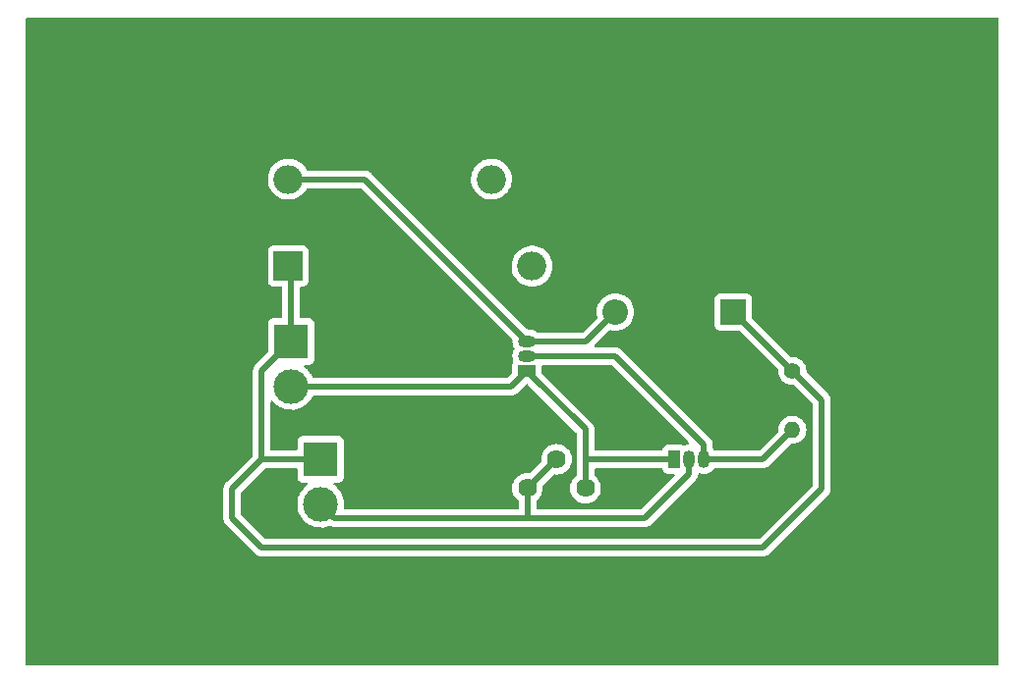
<source format=gbr>
%TF.GenerationSoftware,KiCad,Pcbnew,(6.0.4)*%
%TF.CreationDate,2022-06-07T17:35:18+05:30*%
%TF.ProjectId,sneka batch,736e656b-6120-4626-9174-63682e6b6963,rev?*%
%TF.SameCoordinates,Original*%
%TF.FileFunction,Copper,L1,Top*%
%TF.FilePolarity,Positive*%
%FSLAX46Y46*%
G04 Gerber Fmt 4.6, Leading zero omitted, Abs format (unit mm)*
G04 Created by KiCad (PCBNEW (6.0.4)) date 2022-06-07 17:35:18*
%MOMM*%
%LPD*%
G01*
G04 APERTURE LIST*
%TA.AperFunction,ComponentPad*%
%ADD10R,3.000000X3.000000*%
%TD*%
%TA.AperFunction,ComponentPad*%
%ADD11C,3.000000*%
%TD*%
%TA.AperFunction,ComponentPad*%
%ADD12C,1.620000*%
%TD*%
%TA.AperFunction,ComponentPad*%
%ADD13C,1.400000*%
%TD*%
%TA.AperFunction,ComponentPad*%
%ADD14O,1.400000X1.400000*%
%TD*%
%TA.AperFunction,ComponentPad*%
%ADD15R,1.500000X1.050000*%
%TD*%
%TA.AperFunction,ComponentPad*%
%ADD16O,1.500000X1.050000*%
%TD*%
%TA.AperFunction,ComponentPad*%
%ADD17R,1.050000X1.500000*%
%TD*%
%TA.AperFunction,ComponentPad*%
%ADD18O,1.050000X1.500000*%
%TD*%
%TA.AperFunction,ComponentPad*%
%ADD19R,2.500000X2.500000*%
%TD*%
%TA.AperFunction,ComponentPad*%
%ADD20O,2.500000X2.500000*%
%TD*%
%TA.AperFunction,ComponentPad*%
%ADD21R,2.200000X2.200000*%
%TD*%
%TA.AperFunction,ComponentPad*%
%ADD22O,2.200000X2.200000*%
%TD*%
%TA.AperFunction,Conductor*%
%ADD23C,0.500000*%
%TD*%
%TA.AperFunction,Conductor*%
%ADD24C,0.250000*%
%TD*%
G04 APERTURE END LIST*
D10*
%TO.P,J2,1,Pin_1*%
%TO.N,Net-(D1-Pad1)*%
X127000000Y-60960000D03*
D11*
%TO.P,J2,2,Pin_2*%
%TO.N,Net-(Q1-Pad1)*%
X127000000Y-64840000D03*
%TD*%
D12*
%TO.P,RV1,1,1*%
%TO.N,Net-(J1-Pad2)*%
X147360000Y-73620000D03*
%TO.P,RV1,2,2*%
X149860000Y-71120000D03*
%TO.P,RV1,3,3*%
%TO.N,Net-(Q1-Pad1)*%
X152360000Y-73620000D03*
%TD*%
D13*
%TO.P,R1,1*%
%TO.N,Net-(D1-Pad1)*%
X170180000Y-63500000D03*
D14*
%TO.P,R1,2*%
%TO.N,Net-(Q1-Pad3)*%
X170180000Y-68580000D03*
%TD*%
D15*
%TO.P,Q2,1,E*%
%TO.N,Net-(Q1-Pad1)*%
X147320000Y-63500000D03*
D16*
%TO.P,Q2,2,B*%
%TO.N,Net-(Q1-Pad3)*%
X147320000Y-62230000D03*
%TO.P,Q2,3,C*%
%TO.N,Net-(D1-Pad2)*%
X147320000Y-60960000D03*
%TD*%
D17*
%TO.P,Q1,1,E*%
%TO.N,Net-(Q1-Pad1)*%
X160020000Y-71120000D03*
D18*
%TO.P,Q1,2,B*%
%TO.N,Net-(J1-Pad2)*%
X161290000Y-71120000D03*
%TO.P,Q1,3,C*%
%TO.N,Net-(Q1-Pad3)*%
X162560000Y-71120000D03*
%TD*%
D19*
%TO.P,K1,1*%
%TO.N,Net-(D1-Pad1)*%
X126752500Y-54457500D03*
D20*
%TO.P,K1,3*%
%TO.N,unconnected-(K1-Pad3)*%
X147752500Y-54457500D03*
%TO.P,K1,5*%
%TO.N,unconnected-(K1-Pad5)*%
X144252500Y-46957500D03*
%TO.P,K1,6*%
%TO.N,Net-(D1-Pad2)*%
X126752500Y-46957500D03*
%TD*%
D10*
%TO.P,J1,1,Pin_1*%
%TO.N,Net-(D1-Pad1)*%
X129540000Y-71120000D03*
D11*
%TO.P,J1,2,Pin_2*%
%TO.N,Net-(J1-Pad2)*%
X129540000Y-75000000D03*
%TD*%
D21*
%TO.P,D1,1,K*%
%TO.N,Net-(D1-Pad1)*%
X165100000Y-58420000D03*
D22*
%TO.P,D1,2,A*%
%TO.N,Net-(D1-Pad2)*%
X154940000Y-58420000D03*
%TD*%
D23*
%TO.N,Net-(Q1-Pad1)*%
X160020000Y-71120000D02*
X152400000Y-71120000D01*
%TO.N,Net-(Q1-Pad3)*%
X162560000Y-71120000D02*
X167640000Y-71120000D01*
X162560000Y-69870000D02*
X162560000Y-71120000D01*
X167640000Y-71120000D02*
X170180000Y-68580000D01*
X154920000Y-62230000D02*
X162560000Y-69870000D01*
X147320000Y-62230000D02*
X154920000Y-62230000D01*
%TO.N,Net-(Q1-Pad1)*%
X152360000Y-68540000D02*
X147320000Y-63500000D01*
X152360000Y-73620000D02*
X152360000Y-68540000D01*
%TO.N,Net-(D1-Pad1)*%
X127000000Y-54705000D02*
X126752500Y-54457500D01*
X127000000Y-60960000D02*
X127000000Y-54705000D01*
%TO.N,Net-(Q1-Pad1)*%
X127000000Y-64840000D02*
X145980000Y-64840000D01*
X145980000Y-64840000D02*
X147320000Y-63500000D01*
%TO.N,Net-(D1-Pad1)*%
X124460000Y-63500000D02*
X127000000Y-60960000D01*
X124460000Y-71120000D02*
X124460000Y-63500000D01*
%TO.N,Net-(J1-Pad2)*%
X147360000Y-73620000D02*
X147360000Y-76160000D01*
X147360000Y-76160000D02*
X147320000Y-76200000D01*
X147360000Y-73620000D02*
X149860000Y-71120000D01*
X130740000Y-76200000D02*
X129540000Y-75000000D01*
X157480000Y-76200000D02*
X130740000Y-76200000D01*
X161290000Y-72390000D02*
X157480000Y-76200000D01*
X161290000Y-71120000D02*
X161290000Y-72390000D01*
%TO.N,Net-(D1-Pad1)*%
X124460000Y-71120000D02*
X129540000Y-71120000D01*
X124460000Y-78740000D02*
X121920000Y-76200000D01*
X121920000Y-73660000D02*
X124460000Y-71120000D01*
X167640000Y-78740000D02*
X124460000Y-78740000D01*
X172720000Y-66040000D02*
X172720000Y-73660000D01*
X172720000Y-73660000D02*
X167640000Y-78740000D01*
X170180000Y-63500000D02*
X172720000Y-66040000D01*
X121920000Y-76200000D02*
X121920000Y-73660000D01*
X165100000Y-58420000D02*
X170180000Y-63500000D01*
%TO.N,Net-(D1-Pad2)*%
X152400000Y-60960000D02*
X154940000Y-58420000D01*
X147320000Y-60960000D02*
X152400000Y-60960000D01*
X133317500Y-46957500D02*
X147320000Y-60960000D01*
X126752500Y-46957500D02*
X133317500Y-46957500D01*
D24*
%TO.N,Net-(Q1-Pad1)*%
X147320000Y-63500000D02*
X147545000Y-63500000D01*
%TO.N,Net-(Q1-Pad3)*%
X162560000Y-71120000D02*
X162560000Y-70895000D01*
%TD*%
%TA.AperFunction,NonConductor*%
G36*
X154621750Y-63008502D02*
G01*
X154642724Y-63025405D01*
X161268915Y-69651596D01*
X161302941Y-69713908D01*
X161297876Y-69784723D01*
X161255329Y-69841559D01*
X161191240Y-69866172D01*
X161101543Y-69874335D01*
X161101540Y-69874336D01*
X161095404Y-69874894D01*
X161089498Y-69876632D01*
X161089494Y-69876633D01*
X160906879Y-69930380D01*
X160906877Y-69930381D01*
X160905493Y-69930788D01*
X160900971Y-69932119D01*
X160900718Y-69931260D01*
X160835338Y-69937714D01*
X160798594Y-69924548D01*
X160791705Y-69919385D01*
X160783304Y-69916236D01*
X160783301Y-69916234D01*
X160702586Y-69885976D01*
X160655316Y-69868255D01*
X160593134Y-69861500D01*
X159446866Y-69861500D01*
X159384684Y-69868255D01*
X159248295Y-69919385D01*
X159131739Y-70006739D01*
X159044385Y-70123295D01*
X158993255Y-70259684D01*
X158992628Y-70265453D01*
X158957874Y-70326291D01*
X158894919Y-70359113D01*
X158870507Y-70361500D01*
X153244500Y-70361500D01*
X153176379Y-70341498D01*
X153129886Y-70287842D01*
X153118500Y-70235500D01*
X153118500Y-68607063D01*
X153119933Y-68588114D01*
X153122097Y-68573886D01*
X153123198Y-68566651D01*
X153118915Y-68513990D01*
X153118500Y-68503777D01*
X153118500Y-68495707D01*
X153118078Y-68492087D01*
X153118077Y-68492069D01*
X153115208Y-68467461D01*
X153114775Y-68463086D01*
X153109454Y-68397661D01*
X153109453Y-68397658D01*
X153108860Y-68390363D01*
X153106604Y-68383399D01*
X153105413Y-68377440D01*
X153104029Y-68371585D01*
X153103182Y-68364319D01*
X153078265Y-68295673D01*
X153076848Y-68291545D01*
X153056607Y-68229064D01*
X153056606Y-68229062D01*
X153054351Y-68222101D01*
X153050555Y-68215846D01*
X153048049Y-68210372D01*
X153045330Y-68204942D01*
X153042833Y-68198063D01*
X153002809Y-68137016D01*
X153000472Y-68133312D01*
X152965509Y-68075693D01*
X152965505Y-68075688D01*
X152962595Y-68070892D01*
X152955197Y-68062516D01*
X152955223Y-68062493D01*
X152952574Y-68059503D01*
X152949866Y-68056264D01*
X152945856Y-68050148D01*
X152940549Y-68045121D01*
X152940546Y-68045117D01*
X152889617Y-67996872D01*
X152887175Y-67994494D01*
X148615405Y-63722724D01*
X148581379Y-63660412D01*
X148578500Y-63633629D01*
X148578500Y-63114500D01*
X148598502Y-63046379D01*
X148652158Y-62999886D01*
X148704500Y-62988500D01*
X154553629Y-62988500D01*
X154621750Y-63008502D01*
G37*
%TD.AperFunction*%
%TA.AperFunction,NonConductor*%
G36*
X147364032Y-64632815D02*
G01*
X147409095Y-64661776D01*
X151564595Y-68817276D01*
X151598621Y-68879588D01*
X151601500Y-68906371D01*
X151601500Y-72475926D01*
X151581498Y-72544047D01*
X151547770Y-72579139D01*
X151509247Y-72606113D01*
X151346113Y-72769247D01*
X151213784Y-72958232D01*
X151211461Y-72963214D01*
X151211458Y-72963219D01*
X151163891Y-73065229D01*
X151116283Y-73167324D01*
X151056571Y-73390170D01*
X151036464Y-73620000D01*
X151056571Y-73849830D01*
X151116283Y-74072676D01*
X151147371Y-74139345D01*
X151211458Y-74276781D01*
X151211461Y-74276786D01*
X151213784Y-74281768D01*
X151216941Y-74286276D01*
X151340551Y-74462809D01*
X151346113Y-74470753D01*
X151509247Y-74633887D01*
X151513755Y-74637044D01*
X151513758Y-74637046D01*
X151592630Y-74692272D01*
X151698232Y-74766216D01*
X151703214Y-74768539D01*
X151703219Y-74768542D01*
X151809558Y-74818128D01*
X151907324Y-74863717D01*
X152130170Y-74923429D01*
X152360000Y-74943536D01*
X152589830Y-74923429D01*
X152812676Y-74863717D01*
X152910442Y-74818128D01*
X153016781Y-74768542D01*
X153016786Y-74768539D01*
X153021768Y-74766216D01*
X153127370Y-74692272D01*
X153206242Y-74637046D01*
X153206245Y-74637044D01*
X153210753Y-74633887D01*
X153373887Y-74470753D01*
X153379450Y-74462809D01*
X153503059Y-74286276D01*
X153506216Y-74281768D01*
X153508539Y-74276786D01*
X153508542Y-74276781D01*
X153572629Y-74139345D01*
X153603717Y-74072676D01*
X153663429Y-73849830D01*
X153683536Y-73620000D01*
X153663429Y-73390170D01*
X153603717Y-73167324D01*
X153556109Y-73065229D01*
X153508542Y-72963219D01*
X153508539Y-72963214D01*
X153506216Y-72958232D01*
X153373887Y-72769247D01*
X153210753Y-72606113D01*
X153172230Y-72579139D01*
X153127901Y-72523682D01*
X153118500Y-72475926D01*
X153118500Y-72004500D01*
X153138502Y-71936379D01*
X153192158Y-71889886D01*
X153244500Y-71878500D01*
X158870507Y-71878500D01*
X158938628Y-71898502D01*
X158985121Y-71952158D01*
X158992543Y-71973763D01*
X158993255Y-71980316D01*
X159044385Y-72116705D01*
X159131739Y-72233261D01*
X159248295Y-72320615D01*
X159384684Y-72371745D01*
X159446866Y-72378500D01*
X159924629Y-72378500D01*
X159992750Y-72398502D01*
X160039243Y-72452158D01*
X160049347Y-72522432D01*
X160019853Y-72587012D01*
X160013724Y-72593595D01*
X157202724Y-75404595D01*
X157140412Y-75438621D01*
X157113629Y-75441500D01*
X148244500Y-75441500D01*
X148176379Y-75421498D01*
X148129886Y-75367842D01*
X148118500Y-75315500D01*
X148118500Y-74764074D01*
X148138502Y-74695953D01*
X148172230Y-74660861D01*
X148206241Y-74637046D01*
X148210753Y-74633887D01*
X148373887Y-74470753D01*
X148379450Y-74462809D01*
X148503059Y-74286276D01*
X148506216Y-74281768D01*
X148508539Y-74276786D01*
X148508542Y-74276781D01*
X148572629Y-74139345D01*
X148603717Y-74072676D01*
X148663429Y-73849830D01*
X148683536Y-73620000D01*
X148680103Y-73580755D01*
X148668476Y-73447855D01*
X148682466Y-73378250D01*
X148704902Y-73347779D01*
X149587779Y-72464902D01*
X149650091Y-72430876D01*
X149687855Y-72428476D01*
X149854525Y-72443057D01*
X149860000Y-72443536D01*
X150089830Y-72423429D01*
X150312676Y-72363717D01*
X150417435Y-72314867D01*
X150516781Y-72268542D01*
X150516786Y-72268539D01*
X150521768Y-72266216D01*
X150627370Y-72192272D01*
X150706242Y-72137046D01*
X150706245Y-72137044D01*
X150710753Y-72133887D01*
X150873887Y-71970753D01*
X150886908Y-71952158D01*
X150950956Y-71860687D01*
X151006216Y-71781768D01*
X151008539Y-71776786D01*
X151008542Y-71776781D01*
X151101392Y-71577661D01*
X151103717Y-71572676D01*
X151163429Y-71349830D01*
X151183536Y-71120000D01*
X151163429Y-70890170D01*
X151103717Y-70667324D01*
X151058128Y-70569558D01*
X151008542Y-70463219D01*
X151008539Y-70463214D01*
X151006216Y-70458232D01*
X150897956Y-70303621D01*
X150877046Y-70273758D01*
X150877044Y-70273755D01*
X150873887Y-70269247D01*
X150710753Y-70106113D01*
X150706245Y-70102956D01*
X150706242Y-70102954D01*
X150627370Y-70047728D01*
X150521768Y-69973784D01*
X150516786Y-69971461D01*
X150516781Y-69971458D01*
X150398349Y-69916233D01*
X150312676Y-69876283D01*
X150089830Y-69816571D01*
X149860000Y-69796464D01*
X149630170Y-69816571D01*
X149407324Y-69876283D01*
X149321651Y-69916233D01*
X149203219Y-69971458D01*
X149203214Y-69971461D01*
X149198232Y-69973784D01*
X149092630Y-70047728D01*
X149013758Y-70102954D01*
X149013755Y-70102956D01*
X149009247Y-70106113D01*
X148846113Y-70269247D01*
X148842956Y-70273755D01*
X148842954Y-70273758D01*
X148822044Y-70303621D01*
X148713784Y-70458232D01*
X148711461Y-70463214D01*
X148711458Y-70463219D01*
X148661872Y-70569558D01*
X148616283Y-70667324D01*
X148556571Y-70890170D01*
X148536464Y-71120000D01*
X148536943Y-71125475D01*
X148551524Y-71292145D01*
X148537534Y-71361750D01*
X148515098Y-71392221D01*
X147632221Y-72275098D01*
X147569909Y-72309124D01*
X147532145Y-72311524D01*
X147365475Y-72296943D01*
X147360000Y-72296464D01*
X147130170Y-72316571D01*
X146907324Y-72376283D01*
X146809558Y-72421872D01*
X146703219Y-72471458D01*
X146703214Y-72471461D01*
X146698232Y-72473784D01*
X146597886Y-72544047D01*
X146513758Y-72602954D01*
X146513755Y-72602956D01*
X146509247Y-72606113D01*
X146346113Y-72769247D01*
X146213784Y-72958232D01*
X146211461Y-72963214D01*
X146211458Y-72963219D01*
X146163891Y-73065229D01*
X146116283Y-73167324D01*
X146056571Y-73390170D01*
X146036464Y-73620000D01*
X146056571Y-73849830D01*
X146116283Y-74072676D01*
X146147371Y-74139345D01*
X146211458Y-74276781D01*
X146211461Y-74276786D01*
X146213784Y-74281768D01*
X146216941Y-74286276D01*
X146340551Y-74462809D01*
X146346113Y-74470753D01*
X146509247Y-74633887D01*
X146513759Y-74637046D01*
X146547770Y-74660861D01*
X146592099Y-74716318D01*
X146601500Y-74764074D01*
X146601500Y-75315500D01*
X146581498Y-75383621D01*
X146527842Y-75430114D01*
X146475500Y-75441500D01*
X131654857Y-75441500D01*
X131586736Y-75421498D01*
X131540243Y-75367842D01*
X131529356Y-75304299D01*
X131552531Y-75044627D01*
X131552531Y-75044625D01*
X131552751Y-75042161D01*
X131553193Y-75000000D01*
X131547876Y-74922006D01*
X131534859Y-74731055D01*
X131534858Y-74731049D01*
X131534567Y-74726778D01*
X131528184Y-74695953D01*
X131479901Y-74462809D01*
X131479032Y-74458612D01*
X131387617Y-74200465D01*
X131262013Y-73957112D01*
X131252040Y-73942921D01*
X131170885Y-73827449D01*
X131104545Y-73733057D01*
X130964013Y-73581826D01*
X130921046Y-73535588D01*
X130921043Y-73535585D01*
X130918125Y-73532445D01*
X130914810Y-73529731D01*
X130914806Y-73529728D01*
X130709523Y-73361706D01*
X130706205Y-73358990D01*
X130703095Y-73357084D01*
X130659251Y-73301439D01*
X130652436Y-73230771D01*
X130684909Y-73167636D01*
X130746360Y-73132080D01*
X130776181Y-73128500D01*
X131088134Y-73128500D01*
X131150316Y-73121745D01*
X131286705Y-73070615D01*
X131403261Y-72983261D01*
X131490615Y-72866705D01*
X131541745Y-72730316D01*
X131548500Y-72668134D01*
X131548500Y-69571866D01*
X131541745Y-69509684D01*
X131490615Y-69373295D01*
X131403261Y-69256739D01*
X131286705Y-69169385D01*
X131150316Y-69118255D01*
X131088134Y-69111500D01*
X127991866Y-69111500D01*
X127929684Y-69118255D01*
X127793295Y-69169385D01*
X127676739Y-69256739D01*
X127589385Y-69373295D01*
X127538255Y-69509684D01*
X127531500Y-69571866D01*
X127531500Y-70235500D01*
X127511498Y-70303621D01*
X127457842Y-70350114D01*
X127405500Y-70361500D01*
X125344500Y-70361500D01*
X125276379Y-70341498D01*
X125229886Y-70287842D01*
X125218500Y-70235500D01*
X125218500Y-66192235D01*
X125238502Y-66124114D01*
X125292158Y-66077621D01*
X125362432Y-66067517D01*
X125427012Y-66097011D01*
X125437690Y-66107432D01*
X125606582Y-66293043D01*
X125609877Y-66295798D01*
X125609878Y-66295799D01*
X125654382Y-66333010D01*
X125816675Y-66468707D01*
X125820316Y-66470991D01*
X126045024Y-66611951D01*
X126045028Y-66611953D01*
X126048664Y-66614234D01*
X126116544Y-66644883D01*
X126294345Y-66725164D01*
X126294349Y-66725166D01*
X126298257Y-66726930D01*
X126302377Y-66728150D01*
X126302376Y-66728150D01*
X126556723Y-66803491D01*
X126556727Y-66803492D01*
X126560836Y-66804709D01*
X126565070Y-66805357D01*
X126565075Y-66805358D01*
X126827298Y-66845483D01*
X126827300Y-66845483D01*
X126831540Y-66846132D01*
X126970912Y-66848322D01*
X127101071Y-66850367D01*
X127101077Y-66850367D01*
X127105362Y-66850434D01*
X127377235Y-66817534D01*
X127642127Y-66748041D01*
X127646087Y-66746401D01*
X127646092Y-66746399D01*
X127768631Y-66695641D01*
X127895136Y-66643241D01*
X128131582Y-66505073D01*
X128347089Y-66336094D01*
X128388809Y-66293043D01*
X128534686Y-66142509D01*
X128537669Y-66139431D01*
X128540202Y-66135983D01*
X128540206Y-66135978D01*
X128697257Y-65922178D01*
X128699795Y-65918723D01*
X128722210Y-65877440D01*
X128828420Y-65681827D01*
X128828423Y-65681820D01*
X128830468Y-65678054D01*
X128831986Y-65674037D01*
X128832895Y-65672051D01*
X128879438Y-65618439D01*
X128947460Y-65598500D01*
X145912930Y-65598500D01*
X145931880Y-65599933D01*
X145946115Y-65602099D01*
X145946119Y-65602099D01*
X145953349Y-65603199D01*
X145960641Y-65602606D01*
X145960644Y-65602606D01*
X146006018Y-65598915D01*
X146016233Y-65598500D01*
X146024293Y-65598500D01*
X146037583Y-65596951D01*
X146052507Y-65595211D01*
X146056882Y-65594778D01*
X146122339Y-65589454D01*
X146122342Y-65589453D01*
X146129637Y-65588860D01*
X146136601Y-65586604D01*
X146142560Y-65585413D01*
X146148415Y-65584029D01*
X146155681Y-65583182D01*
X146224327Y-65558265D01*
X146228455Y-65556848D01*
X146290936Y-65536607D01*
X146290938Y-65536606D01*
X146297899Y-65534351D01*
X146304154Y-65530555D01*
X146309628Y-65528049D01*
X146315058Y-65525330D01*
X146321937Y-65522833D01*
X146361534Y-65496872D01*
X146382976Y-65482814D01*
X146386680Y-65480477D01*
X146449107Y-65442595D01*
X146457484Y-65435197D01*
X146457508Y-65435224D01*
X146460500Y-65432571D01*
X146463733Y-65429868D01*
X146469852Y-65425856D01*
X146523128Y-65369617D01*
X146525506Y-65367175D01*
X147230905Y-64661776D01*
X147293217Y-64627750D01*
X147364032Y-64632815D01*
G37*
%TD.AperFunction*%
%TA.AperFunction,NonConductor*%
G36*
X187902121Y-33040002D02*
G01*
X187948614Y-33093658D01*
X187960000Y-33146000D01*
X187960000Y-88774000D01*
X187939998Y-88842121D01*
X187886342Y-88888614D01*
X187834000Y-88900000D01*
X104266000Y-88900000D01*
X104197879Y-88879998D01*
X104151386Y-88826342D01*
X104140000Y-88774000D01*
X104140000Y-76173349D01*
X121156801Y-76173349D01*
X121157394Y-76180641D01*
X121157394Y-76180644D01*
X121161085Y-76226018D01*
X121161500Y-76236233D01*
X121161500Y-76244293D01*
X121163049Y-76257583D01*
X121164789Y-76272507D01*
X121165222Y-76276882D01*
X121171140Y-76349637D01*
X121173396Y-76356601D01*
X121174587Y-76362560D01*
X121175971Y-76368415D01*
X121176818Y-76375681D01*
X121201735Y-76444327D01*
X121203152Y-76448455D01*
X121225649Y-76517899D01*
X121229445Y-76524154D01*
X121231951Y-76529628D01*
X121234670Y-76535058D01*
X121237167Y-76541937D01*
X121241180Y-76548057D01*
X121241180Y-76548058D01*
X121277186Y-76602976D01*
X121279523Y-76606680D01*
X121317405Y-76669107D01*
X121321121Y-76673315D01*
X121321122Y-76673316D01*
X121324803Y-76677484D01*
X121324776Y-76677508D01*
X121327429Y-76680500D01*
X121330132Y-76683733D01*
X121334144Y-76689852D01*
X121339456Y-76694884D01*
X121390383Y-76743128D01*
X121392825Y-76745506D01*
X123876230Y-79228911D01*
X123888616Y-79243323D01*
X123897149Y-79254918D01*
X123897154Y-79254923D01*
X123901492Y-79260818D01*
X123907070Y-79265557D01*
X123907073Y-79265560D01*
X123941768Y-79295035D01*
X123949284Y-79301965D01*
X123954979Y-79307660D01*
X123957861Y-79309940D01*
X123977251Y-79325281D01*
X123980655Y-79328072D01*
X124030703Y-79370591D01*
X124036285Y-79375333D01*
X124042801Y-79378661D01*
X124047838Y-79382020D01*
X124052977Y-79385194D01*
X124058716Y-79389734D01*
X124065349Y-79392834D01*
X124124837Y-79420636D01*
X124128791Y-79422569D01*
X124193808Y-79455769D01*
X124200924Y-79457510D01*
X124206554Y-79459604D01*
X124212321Y-79461523D01*
X124218950Y-79464621D01*
X124226110Y-79466110D01*
X124226112Y-79466111D01*
X124290396Y-79479482D01*
X124294680Y-79480452D01*
X124365610Y-79497808D01*
X124371212Y-79498156D01*
X124371215Y-79498156D01*
X124376764Y-79498500D01*
X124376762Y-79498536D01*
X124380752Y-79498775D01*
X124384950Y-79499150D01*
X124392115Y-79500640D01*
X124469520Y-79498546D01*
X124472928Y-79498500D01*
X167572930Y-79498500D01*
X167591880Y-79499933D01*
X167606115Y-79502099D01*
X167606119Y-79502099D01*
X167613349Y-79503199D01*
X167620641Y-79502606D01*
X167620644Y-79502606D01*
X167666018Y-79498915D01*
X167676233Y-79498500D01*
X167684293Y-79498500D01*
X167701680Y-79496473D01*
X167712507Y-79495211D01*
X167716882Y-79494778D01*
X167782339Y-79489454D01*
X167782342Y-79489453D01*
X167789637Y-79488860D01*
X167796601Y-79486604D01*
X167802560Y-79485413D01*
X167808415Y-79484029D01*
X167815681Y-79483182D01*
X167884327Y-79458265D01*
X167888455Y-79456848D01*
X167950936Y-79436607D01*
X167950938Y-79436606D01*
X167957899Y-79434351D01*
X167964154Y-79430555D01*
X167969628Y-79428049D01*
X167975058Y-79425330D01*
X167981937Y-79422833D01*
X168042976Y-79382814D01*
X168046680Y-79380477D01*
X168109107Y-79342595D01*
X168117484Y-79335197D01*
X168117508Y-79335224D01*
X168120500Y-79332571D01*
X168123733Y-79329868D01*
X168129852Y-79325856D01*
X168183128Y-79269617D01*
X168185506Y-79267175D01*
X173208911Y-74243770D01*
X173223323Y-74231384D01*
X173234918Y-74222851D01*
X173234923Y-74222846D01*
X173240818Y-74218508D01*
X173245557Y-74212930D01*
X173245560Y-74212927D01*
X173275035Y-74178232D01*
X173281965Y-74170716D01*
X173287660Y-74165021D01*
X173305281Y-74142749D01*
X173308072Y-74139345D01*
X173350591Y-74089297D01*
X173350592Y-74089295D01*
X173355333Y-74083715D01*
X173358661Y-74077199D01*
X173362028Y-74072150D01*
X173365195Y-74067021D01*
X173369734Y-74061284D01*
X173400655Y-73995125D01*
X173402561Y-73991225D01*
X173421770Y-73953607D01*
X173435769Y-73926192D01*
X173437508Y-73919084D01*
X173439607Y-73913441D01*
X173441524Y-73907678D01*
X173444622Y-73901050D01*
X173459487Y-73829583D01*
X173460457Y-73825299D01*
X173476473Y-73759845D01*
X173477808Y-73754390D01*
X173478500Y-73743236D01*
X173478536Y-73743238D01*
X173478775Y-73739245D01*
X173479149Y-73735053D01*
X173480640Y-73727885D01*
X173478546Y-73650479D01*
X173478500Y-73647072D01*
X173478500Y-66107063D01*
X173479933Y-66088114D01*
X173482097Y-66073886D01*
X173483198Y-66066651D01*
X173478915Y-66013990D01*
X173478500Y-66003777D01*
X173478500Y-65995707D01*
X173478078Y-65992087D01*
X173478077Y-65992069D01*
X173475208Y-65967461D01*
X173474775Y-65963086D01*
X173469454Y-65897661D01*
X173469453Y-65897658D01*
X173468860Y-65890363D01*
X173466604Y-65883399D01*
X173465413Y-65877440D01*
X173464029Y-65871585D01*
X173463182Y-65864319D01*
X173438265Y-65795673D01*
X173436848Y-65791545D01*
X173416607Y-65729064D01*
X173416606Y-65729062D01*
X173414351Y-65722101D01*
X173410555Y-65715846D01*
X173408049Y-65710372D01*
X173405330Y-65704942D01*
X173402833Y-65698063D01*
X173362809Y-65637016D01*
X173360472Y-65633312D01*
X173325509Y-65575693D01*
X173325505Y-65575688D01*
X173322595Y-65570892D01*
X173315197Y-65562516D01*
X173315223Y-65562493D01*
X173312574Y-65559503D01*
X173309866Y-65556264D01*
X173305856Y-65550148D01*
X173300549Y-65545121D01*
X173300546Y-65545117D01*
X173249617Y-65496872D01*
X173247175Y-65494494D01*
X171423365Y-63670684D01*
X171389339Y-63608372D01*
X171386939Y-63570608D01*
X171392637Y-63505476D01*
X171392637Y-63505475D01*
X171393116Y-63500000D01*
X171374686Y-63289345D01*
X171359805Y-63233808D01*
X171321379Y-63090400D01*
X171321378Y-63090398D01*
X171319956Y-63085090D01*
X171301836Y-63046232D01*
X171232912Y-62898423D01*
X171232910Y-62898420D01*
X171230589Y-62893442D01*
X171109301Y-62720224D01*
X170959776Y-62570699D01*
X170786558Y-62449411D01*
X170781580Y-62447090D01*
X170781577Y-62447088D01*
X170599892Y-62362367D01*
X170599891Y-62362366D01*
X170594910Y-62360044D01*
X170589602Y-62358622D01*
X170589600Y-62358621D01*
X170395970Y-62306738D01*
X170395968Y-62306738D01*
X170390655Y-62305314D01*
X170180000Y-62286884D01*
X170174525Y-62287363D01*
X170174524Y-62287363D01*
X170109392Y-62293061D01*
X170039787Y-62279071D01*
X170009316Y-62256635D01*
X166745405Y-58992724D01*
X166711379Y-58930412D01*
X166708500Y-58903629D01*
X166708500Y-57271866D01*
X166701745Y-57209684D01*
X166650615Y-57073295D01*
X166563261Y-56956739D01*
X166446705Y-56869385D01*
X166310316Y-56818255D01*
X166248134Y-56811500D01*
X163951866Y-56811500D01*
X163889684Y-56818255D01*
X163753295Y-56869385D01*
X163636739Y-56956739D01*
X163549385Y-57073295D01*
X163498255Y-57209684D01*
X163491500Y-57271866D01*
X163491500Y-59568134D01*
X163498255Y-59630316D01*
X163549385Y-59766705D01*
X163636739Y-59883261D01*
X163753295Y-59970615D01*
X163889684Y-60021745D01*
X163951866Y-60028500D01*
X165583629Y-60028500D01*
X165651750Y-60048502D01*
X165672724Y-60065405D01*
X168936635Y-63329316D01*
X168970661Y-63391628D01*
X168973061Y-63429392D01*
X168966884Y-63500000D01*
X168985314Y-63710655D01*
X169040044Y-63914910D01*
X169042366Y-63919891D01*
X169042367Y-63919892D01*
X169116384Y-64078621D01*
X169129411Y-64106558D01*
X169250699Y-64279776D01*
X169400224Y-64429301D01*
X169573442Y-64550589D01*
X169578420Y-64552910D01*
X169578423Y-64552912D01*
X169620818Y-64572681D01*
X169765090Y-64639956D01*
X169770398Y-64641378D01*
X169770400Y-64641379D01*
X169964030Y-64693262D01*
X169964032Y-64693262D01*
X169969345Y-64694686D01*
X170180000Y-64713116D01*
X170185475Y-64712637D01*
X170185476Y-64712637D01*
X170250608Y-64706939D01*
X170320213Y-64720929D01*
X170350684Y-64743365D01*
X171924595Y-66317276D01*
X171958621Y-66379588D01*
X171961500Y-66406371D01*
X171961500Y-73293629D01*
X171941498Y-73361750D01*
X171924595Y-73382724D01*
X167362724Y-77944595D01*
X167300412Y-77978621D01*
X167273629Y-77981500D01*
X124826371Y-77981500D01*
X124758250Y-77961498D01*
X124737276Y-77944595D01*
X122715405Y-75922724D01*
X122681379Y-75860412D01*
X122678500Y-75833629D01*
X122678500Y-74026371D01*
X122698502Y-73958250D01*
X122715405Y-73937276D01*
X124737276Y-71915405D01*
X124799588Y-71881379D01*
X124826371Y-71878500D01*
X127405500Y-71878500D01*
X127473621Y-71898502D01*
X127520114Y-71952158D01*
X127531500Y-72004500D01*
X127531500Y-72668134D01*
X127538255Y-72730316D01*
X127589385Y-72866705D01*
X127676739Y-72983261D01*
X127793295Y-73070615D01*
X127929684Y-73121745D01*
X127991866Y-73128500D01*
X128304815Y-73128500D01*
X128372936Y-73148502D01*
X128419429Y-73202158D01*
X128429533Y-73272432D01*
X128400039Y-73337012D01*
X128383596Y-73352834D01*
X128177318Y-73518094D01*
X128160717Y-73535588D01*
X128053303Y-73648779D01*
X127988808Y-73716742D01*
X127829002Y-73939136D01*
X127700857Y-74181161D01*
X127699385Y-74185184D01*
X127699383Y-74185188D01*
X127662390Y-74286276D01*
X127606743Y-74438337D01*
X127548404Y-74705907D01*
X127526917Y-74978918D01*
X127542682Y-75252320D01*
X127543507Y-75256525D01*
X127543508Y-75256533D01*
X127554966Y-75314933D01*
X127595405Y-75521053D01*
X127684112Y-75780144D01*
X127807160Y-76024799D01*
X127809586Y-76028328D01*
X127809589Y-76028334D01*
X127894501Y-76151880D01*
X127962274Y-76250490D01*
X128146582Y-76453043D01*
X128356675Y-76628707D01*
X128360316Y-76630991D01*
X128585024Y-76771951D01*
X128585028Y-76771953D01*
X128588664Y-76774234D01*
X128713460Y-76830582D01*
X128834345Y-76885164D01*
X128834349Y-76885166D01*
X128838257Y-76886930D01*
X128842377Y-76888150D01*
X128842376Y-76888150D01*
X129096723Y-76963491D01*
X129096727Y-76963492D01*
X129100836Y-76964709D01*
X129105070Y-76965357D01*
X129105075Y-76965358D01*
X129367298Y-77005483D01*
X129367300Y-77005483D01*
X129371540Y-77006132D01*
X129510912Y-77008322D01*
X129641071Y-77010367D01*
X129641077Y-77010367D01*
X129645362Y-77010434D01*
X129917235Y-76977534D01*
X130182127Y-76908041D01*
X130280001Y-76867500D01*
X130350590Y-76859911D01*
X130381560Y-76869758D01*
X130404874Y-76880654D01*
X130408769Y-76882558D01*
X130473808Y-76915769D01*
X130480916Y-76917508D01*
X130486559Y-76919607D01*
X130492322Y-76921524D01*
X130498950Y-76924622D01*
X130506112Y-76926112D01*
X130506113Y-76926112D01*
X130570412Y-76939486D01*
X130574696Y-76940456D01*
X130645610Y-76957808D01*
X130651212Y-76958156D01*
X130651215Y-76958156D01*
X130656764Y-76958500D01*
X130656762Y-76958536D01*
X130660755Y-76958775D01*
X130664947Y-76959149D01*
X130672115Y-76960640D01*
X130749520Y-76958546D01*
X130752928Y-76958500D01*
X147252930Y-76958500D01*
X147271880Y-76959933D01*
X147286115Y-76962099D01*
X147286119Y-76962099D01*
X147293349Y-76963199D01*
X147300641Y-76962606D01*
X147300644Y-76962606D01*
X147346018Y-76958915D01*
X147356233Y-76958500D01*
X157412930Y-76958500D01*
X157431880Y-76959933D01*
X157446115Y-76962099D01*
X157446119Y-76962099D01*
X157453349Y-76963199D01*
X157460641Y-76962606D01*
X157460644Y-76962606D01*
X157506018Y-76958915D01*
X157516233Y-76958500D01*
X157524293Y-76958500D01*
X157541680Y-76956473D01*
X157552507Y-76955211D01*
X157556882Y-76954778D01*
X157622339Y-76949454D01*
X157622342Y-76949453D01*
X157629637Y-76948860D01*
X157636601Y-76946604D01*
X157642560Y-76945413D01*
X157648415Y-76944029D01*
X157655681Y-76943182D01*
X157724327Y-76918265D01*
X157728455Y-76916848D01*
X157790936Y-76896607D01*
X157790938Y-76896606D01*
X157797899Y-76894351D01*
X157804154Y-76890555D01*
X157809628Y-76888049D01*
X157815058Y-76885330D01*
X157821937Y-76882833D01*
X157882976Y-76842814D01*
X157886680Y-76840477D01*
X157949107Y-76802595D01*
X157957484Y-76795197D01*
X157957508Y-76795224D01*
X157960500Y-76792571D01*
X157963733Y-76789868D01*
X157969852Y-76785856D01*
X158023128Y-76729617D01*
X158025506Y-76727175D01*
X161778911Y-72973770D01*
X161793323Y-72961384D01*
X161804918Y-72952851D01*
X161804923Y-72952846D01*
X161810818Y-72948508D01*
X161815557Y-72942930D01*
X161815560Y-72942927D01*
X161845035Y-72908232D01*
X161851965Y-72900716D01*
X161857661Y-72895020D01*
X161859924Y-72892159D01*
X161859929Y-72892154D01*
X161875293Y-72872734D01*
X161878082Y-72869333D01*
X161887458Y-72858297D01*
X161925333Y-72813715D01*
X161928659Y-72807202D01*
X161932020Y-72802163D01*
X161935196Y-72797021D01*
X161939734Y-72791284D01*
X161970655Y-72725125D01*
X161972561Y-72721225D01*
X161997936Y-72671531D01*
X162005769Y-72656192D01*
X162007508Y-72649083D01*
X162009604Y-72643449D01*
X162011523Y-72637679D01*
X162014622Y-72631050D01*
X162018999Y-72610010D01*
X162029490Y-72559571D01*
X162030461Y-72555282D01*
X162033829Y-72541517D01*
X162047808Y-72484390D01*
X162048500Y-72473236D01*
X162048535Y-72473238D01*
X162048775Y-72469266D01*
X162049152Y-72465045D01*
X162050641Y-72457885D01*
X162050250Y-72443431D01*
X162068403Y-72374795D01*
X162120781Y-72326868D01*
X162190756Y-72314867D01*
X162213457Y-72319658D01*
X162351180Y-72362290D01*
X162357305Y-72362934D01*
X162357306Y-72362934D01*
X162546622Y-72382832D01*
X162546623Y-72382832D01*
X162552750Y-72383476D01*
X162648135Y-72374795D01*
X162748457Y-72365665D01*
X162748460Y-72365664D01*
X162754596Y-72365106D01*
X162760502Y-72363368D01*
X162760506Y-72363367D01*
X162919503Y-72316571D01*
X162949029Y-72307881D01*
X162954486Y-72305028D01*
X162954489Y-72305027D01*
X163038837Y-72260931D01*
X163128645Y-72213981D01*
X163286601Y-72086981D01*
X163416881Y-71931719D01*
X163416948Y-71931775D01*
X163470045Y-71888409D01*
X163519024Y-71878500D01*
X167572930Y-71878500D01*
X167591880Y-71879933D01*
X167606115Y-71882099D01*
X167606119Y-71882099D01*
X167613349Y-71883199D01*
X167620641Y-71882606D01*
X167620644Y-71882606D01*
X167666018Y-71878915D01*
X167676233Y-71878500D01*
X167684293Y-71878500D01*
X167697583Y-71876951D01*
X167712507Y-71875211D01*
X167716882Y-71874778D01*
X167782339Y-71869454D01*
X167782342Y-71869453D01*
X167789637Y-71868860D01*
X167796601Y-71866604D01*
X167802560Y-71865413D01*
X167808415Y-71864029D01*
X167815681Y-71863182D01*
X167884327Y-71838265D01*
X167888455Y-71836848D01*
X167950936Y-71816607D01*
X167950938Y-71816606D01*
X167957899Y-71814351D01*
X167964154Y-71810555D01*
X167969628Y-71808049D01*
X167975058Y-71805330D01*
X167981937Y-71802833D01*
X167988058Y-71798820D01*
X168042976Y-71762814D01*
X168046680Y-71760477D01*
X168109107Y-71722595D01*
X168117484Y-71715197D01*
X168117508Y-71715224D01*
X168120500Y-71712571D01*
X168123733Y-71709868D01*
X168129852Y-71705856D01*
X168183128Y-71649617D01*
X168185506Y-71647175D01*
X170009316Y-69823365D01*
X170071628Y-69789339D01*
X170109392Y-69786939D01*
X170174524Y-69792637D01*
X170174525Y-69792637D01*
X170180000Y-69793116D01*
X170390655Y-69774686D01*
X170395968Y-69773262D01*
X170395970Y-69773262D01*
X170589600Y-69721379D01*
X170589602Y-69721378D01*
X170594910Y-69719956D01*
X170664654Y-69687434D01*
X170781577Y-69632912D01*
X170781580Y-69632910D01*
X170786558Y-69630589D01*
X170959776Y-69509301D01*
X171109301Y-69359776D01*
X171230589Y-69186558D01*
X171236086Y-69174771D01*
X171317633Y-68999892D01*
X171317634Y-68999891D01*
X171319956Y-68994910D01*
X171350857Y-68879588D01*
X171373262Y-68795970D01*
X171373262Y-68795968D01*
X171374686Y-68790655D01*
X171393116Y-68580000D01*
X171374686Y-68369345D01*
X171371498Y-68357447D01*
X171321379Y-68170400D01*
X171321378Y-68170398D01*
X171319956Y-68165090D01*
X171305138Y-68133312D01*
X171232912Y-67978423D01*
X171232910Y-67978420D01*
X171230589Y-67973442D01*
X171109301Y-67800224D01*
X170959776Y-67650699D01*
X170786558Y-67529411D01*
X170781580Y-67527090D01*
X170781577Y-67527088D01*
X170599892Y-67442367D01*
X170599891Y-67442366D01*
X170594910Y-67440044D01*
X170589602Y-67438622D01*
X170589600Y-67438621D01*
X170395970Y-67386738D01*
X170395968Y-67386738D01*
X170390655Y-67385314D01*
X170180000Y-67366884D01*
X169969345Y-67385314D01*
X169964032Y-67386738D01*
X169964030Y-67386738D01*
X169770400Y-67438621D01*
X169770398Y-67438622D01*
X169765090Y-67440044D01*
X169760109Y-67442366D01*
X169760108Y-67442367D01*
X169578423Y-67527088D01*
X169578420Y-67527090D01*
X169573442Y-67529411D01*
X169400224Y-67650699D01*
X169250699Y-67800224D01*
X169129411Y-67973442D01*
X169127090Y-67978420D01*
X169127088Y-67978423D01*
X169054862Y-68133312D01*
X169040044Y-68165090D01*
X169038622Y-68170398D01*
X169038621Y-68170400D01*
X168988502Y-68357447D01*
X168985314Y-68369345D01*
X168966884Y-68580000D01*
X168967363Y-68585475D01*
X168967363Y-68585476D01*
X168973061Y-68650608D01*
X168959071Y-68720213D01*
X168936635Y-68750684D01*
X167362724Y-70324595D01*
X167300412Y-70358621D01*
X167273629Y-70361500D01*
X163518420Y-70361500D01*
X163450299Y-70341498D01*
X163420777Y-70315136D01*
X163346857Y-70224502D01*
X163319303Y-70159071D01*
X163318500Y-70144866D01*
X163318500Y-69937070D01*
X163319933Y-69918120D01*
X163322099Y-69903885D01*
X163322099Y-69903881D01*
X163323199Y-69896651D01*
X163321732Y-69878608D01*
X163318915Y-69843982D01*
X163318500Y-69833767D01*
X163318500Y-69825707D01*
X163315209Y-69797480D01*
X163314778Y-69793121D01*
X163314471Y-69789339D01*
X163308860Y-69720364D01*
X163306604Y-69713400D01*
X163305417Y-69707461D01*
X163304030Y-69701590D01*
X163303182Y-69694319D01*
X163300686Y-69687443D01*
X163300684Y-69687434D01*
X163278275Y-69625702D01*
X163276865Y-69621598D01*
X163254352Y-69552101D01*
X163250556Y-69545846D01*
X163248057Y-69540387D01*
X163245329Y-69534939D01*
X163242833Y-69528063D01*
X163202805Y-69467010D01*
X163200481Y-69463327D01*
X163165500Y-69405680D01*
X163165499Y-69405679D01*
X163162595Y-69400893D01*
X163155198Y-69392517D01*
X163155225Y-69392493D01*
X163152570Y-69389499D01*
X163149868Y-69386268D01*
X163145856Y-69380148D01*
X163089617Y-69326872D01*
X163087175Y-69324494D01*
X155503770Y-61741089D01*
X155491384Y-61726677D01*
X155482851Y-61715082D01*
X155482846Y-61715077D01*
X155478508Y-61709182D01*
X155472930Y-61704443D01*
X155472927Y-61704440D01*
X155438232Y-61674965D01*
X155430716Y-61668035D01*
X155425021Y-61662340D01*
X155408511Y-61649278D01*
X155402749Y-61644719D01*
X155399345Y-61641928D01*
X155349297Y-61599409D01*
X155349295Y-61599408D01*
X155343715Y-61594667D01*
X155337199Y-61591339D01*
X155332150Y-61587972D01*
X155327021Y-61584805D01*
X155321284Y-61580266D01*
X155255125Y-61549345D01*
X155251225Y-61547439D01*
X155186192Y-61514231D01*
X155179084Y-61512492D01*
X155173441Y-61510393D01*
X155167678Y-61508476D01*
X155161050Y-61505378D01*
X155089583Y-61490513D01*
X155085299Y-61489543D01*
X155014390Y-61472192D01*
X155008788Y-61471844D01*
X155008785Y-61471844D01*
X155003236Y-61471500D01*
X155003238Y-61471464D01*
X154999245Y-61471225D01*
X154995053Y-61470851D01*
X154987885Y-61469360D01*
X154921675Y-61471151D01*
X154910479Y-61471454D01*
X154907072Y-61471500D01*
X153265371Y-61471500D01*
X153197250Y-61451498D01*
X153150757Y-61397842D01*
X153140653Y-61327568D01*
X153170147Y-61262988D01*
X153176276Y-61256405D01*
X154421162Y-60011519D01*
X154483474Y-59977493D01*
X154539669Y-59978095D01*
X154603340Y-59993381D01*
X154682784Y-60012454D01*
X154682790Y-60012455D01*
X154687597Y-60013609D01*
X154940000Y-60033474D01*
X155192403Y-60013609D01*
X155197210Y-60012455D01*
X155197216Y-60012454D01*
X155371487Y-59970615D01*
X155438591Y-59954505D01*
X155458989Y-59946056D01*
X155667928Y-59859511D01*
X155667932Y-59859509D01*
X155672502Y-59857616D01*
X155888376Y-59725328D01*
X156080898Y-59560898D01*
X156245328Y-59368376D01*
X156377616Y-59152502D01*
X156466119Y-58938838D01*
X156472611Y-58923164D01*
X156472612Y-58923162D01*
X156474505Y-58918591D01*
X156533609Y-58672403D01*
X156553474Y-58420000D01*
X156533609Y-58167597D01*
X156474505Y-57921409D01*
X156377616Y-57687498D01*
X156245328Y-57471624D01*
X156080898Y-57279102D01*
X155888376Y-57114672D01*
X155672502Y-56982384D01*
X155667932Y-56980491D01*
X155667928Y-56980489D01*
X155443164Y-56887389D01*
X155443162Y-56887388D01*
X155438591Y-56885495D01*
X155353968Y-56865179D01*
X155197216Y-56827546D01*
X155197210Y-56827545D01*
X155192403Y-56826391D01*
X154940000Y-56806526D01*
X154687597Y-56826391D01*
X154682790Y-56827545D01*
X154682784Y-56827546D01*
X154526032Y-56865179D01*
X154441409Y-56885495D01*
X154436838Y-56887388D01*
X154436836Y-56887389D01*
X154212072Y-56980489D01*
X154212068Y-56980491D01*
X154207498Y-56982384D01*
X153991624Y-57114672D01*
X153799102Y-57279102D01*
X153634672Y-57471624D01*
X153502384Y-57687498D01*
X153405495Y-57921409D01*
X153346391Y-58167597D01*
X153326526Y-58420000D01*
X153346391Y-58672403D01*
X153347545Y-58677210D01*
X153347546Y-58677216D01*
X153381905Y-58820329D01*
X153378358Y-58891237D01*
X153348481Y-58938838D01*
X152122724Y-60164595D01*
X152060412Y-60198621D01*
X152033629Y-60201500D01*
X148294825Y-60201500D01*
X148226704Y-60181498D01*
X148213834Y-60172021D01*
X148136443Y-60107082D01*
X148136437Y-60107078D01*
X148131719Y-60103119D01*
X148126327Y-60100155D01*
X148126323Y-60100152D01*
X147959506Y-60008444D01*
X147954109Y-60005477D01*
X147760916Y-59944193D01*
X147754799Y-59943507D01*
X147754795Y-59943506D01*
X147680652Y-59935190D01*
X147603183Y-59926500D01*
X147411371Y-59926500D01*
X147343250Y-59906498D01*
X147322276Y-59889595D01*
X141844020Y-54411339D01*
X145989673Y-54411339D01*
X146002213Y-54672408D01*
X146053204Y-54928756D01*
X146141526Y-55174752D01*
X146143742Y-55178876D01*
X146208253Y-55298937D01*
X146265237Y-55404991D01*
X146268032Y-55408734D01*
X146268034Y-55408737D01*
X146418830Y-55610677D01*
X146418835Y-55610683D01*
X146421622Y-55614415D01*
X146424931Y-55617695D01*
X146424936Y-55617701D01*
X146603926Y-55795135D01*
X146607243Y-55798423D01*
X146611005Y-55801181D01*
X146611008Y-55801184D01*
X146808236Y-55945797D01*
X146818024Y-55952974D01*
X146822167Y-55955154D01*
X146822169Y-55955155D01*
X147045184Y-56072489D01*
X147045189Y-56072491D01*
X147049334Y-56074672D01*
X147296090Y-56160844D01*
X147300683Y-56161716D01*
X147548285Y-56208724D01*
X147548288Y-56208724D01*
X147552874Y-56209595D01*
X147683459Y-56214726D01*
X147809375Y-56219674D01*
X147809381Y-56219674D01*
X147814043Y-56219857D01*
X147903151Y-56210098D01*
X148069207Y-56191912D01*
X148069212Y-56191911D01*
X148073860Y-56191402D01*
X148186616Y-56161716D01*
X148322094Y-56126048D01*
X148322096Y-56126047D01*
X148326617Y-56124857D01*
X148566762Y-56021682D01*
X148789019Y-55884146D01*
X148792582Y-55881129D01*
X148792587Y-55881126D01*
X148984939Y-55718287D01*
X148984940Y-55718286D01*
X148988505Y-55715268D01*
X149080229Y-55610677D01*
X149157757Y-55522274D01*
X149157761Y-55522269D01*
X149160839Y-55518759D01*
X149302233Y-55298937D01*
X149409583Y-55060629D01*
X149480530Y-54809072D01*
X149497332Y-54676996D01*
X149513116Y-54552921D01*
X149513116Y-54552917D01*
X149513514Y-54549791D01*
X149515931Y-54457500D01*
X149496561Y-54196848D01*
X149485225Y-54146748D01*
X149439908Y-53946480D01*
X149438877Y-53941923D01*
X149344147Y-53698323D01*
X149214451Y-53471402D01*
X149052638Y-53266143D01*
X148862263Y-53087057D01*
X148647509Y-52938076D01*
X148643316Y-52936008D01*
X148417281Y-52824540D01*
X148417278Y-52824539D01*
X148413093Y-52822475D01*
X148366949Y-52807704D01*
X148168623Y-52744220D01*
X148164165Y-52742793D01*
X147906193Y-52700779D01*
X147792442Y-52699290D01*
X147649522Y-52697419D01*
X147649519Y-52697419D01*
X147644845Y-52697358D01*
X147385862Y-52732604D01*
X147134933Y-52805743D01*
X147130680Y-52807703D01*
X147130679Y-52807704D01*
X147094159Y-52824540D01*
X146897572Y-52915168D01*
X146858567Y-52940741D01*
X146682904Y-53055910D01*
X146682899Y-53055914D01*
X146678991Y-53058476D01*
X146483994Y-53232518D01*
X146316863Y-53433470D01*
X146181271Y-53656919D01*
X146080197Y-53897955D01*
X146015859Y-54151283D01*
X145989673Y-54411339D01*
X141844020Y-54411339D01*
X134344020Y-46911339D01*
X142489673Y-46911339D01*
X142502213Y-47172408D01*
X142553204Y-47428756D01*
X142641526Y-47674752D01*
X142643742Y-47678876D01*
X142708253Y-47798937D01*
X142765237Y-47904991D01*
X142768032Y-47908734D01*
X142768034Y-47908737D01*
X142918830Y-48110677D01*
X142918835Y-48110683D01*
X142921622Y-48114415D01*
X142924931Y-48117695D01*
X142924936Y-48117701D01*
X143103926Y-48295135D01*
X143107243Y-48298423D01*
X143111005Y-48301181D01*
X143111008Y-48301184D01*
X143314250Y-48450207D01*
X143318024Y-48452974D01*
X143322167Y-48455154D01*
X143322169Y-48455155D01*
X143545184Y-48572489D01*
X143545189Y-48572491D01*
X143549334Y-48574672D01*
X143796090Y-48660844D01*
X143800683Y-48661716D01*
X144048285Y-48708724D01*
X144048288Y-48708724D01*
X144052874Y-48709595D01*
X144183459Y-48714726D01*
X144309375Y-48719674D01*
X144309381Y-48719674D01*
X144314043Y-48719857D01*
X144393477Y-48711157D01*
X144569207Y-48691912D01*
X144569212Y-48691911D01*
X144573860Y-48691402D01*
X144686616Y-48661716D01*
X144822094Y-48626048D01*
X144822096Y-48626047D01*
X144826617Y-48624857D01*
X145066762Y-48521682D01*
X145289019Y-48384146D01*
X145292582Y-48381129D01*
X145292587Y-48381126D01*
X145484939Y-48218287D01*
X145484940Y-48218286D01*
X145488505Y-48215268D01*
X145580229Y-48110677D01*
X145657757Y-48022274D01*
X145657761Y-48022269D01*
X145660839Y-48018759D01*
X145802233Y-47798937D01*
X145909583Y-47560629D01*
X145980530Y-47309072D01*
X145997332Y-47176996D01*
X146013116Y-47052921D01*
X146013116Y-47052917D01*
X146013514Y-47049791D01*
X146015931Y-46957500D01*
X145996561Y-46696848D01*
X145985225Y-46646748D01*
X145939908Y-46446480D01*
X145938877Y-46441923D01*
X145911771Y-46372219D01*
X145845840Y-46202676D01*
X145845839Y-46202673D01*
X145844147Y-46198323D01*
X145714451Y-45971402D01*
X145552638Y-45766143D01*
X145362263Y-45587057D01*
X145147509Y-45438076D01*
X145143316Y-45436008D01*
X144917281Y-45324540D01*
X144917278Y-45324539D01*
X144913093Y-45322475D01*
X144866949Y-45307704D01*
X144668623Y-45244220D01*
X144664165Y-45242793D01*
X144406193Y-45200779D01*
X144292442Y-45199290D01*
X144149522Y-45197419D01*
X144149519Y-45197419D01*
X144144845Y-45197358D01*
X143885862Y-45232604D01*
X143634933Y-45305743D01*
X143630680Y-45307703D01*
X143630679Y-45307704D01*
X143594159Y-45324540D01*
X143397572Y-45415168D01*
X143358567Y-45440741D01*
X143182904Y-45555910D01*
X143182899Y-45555914D01*
X143178991Y-45558476D01*
X142983994Y-45732518D01*
X142816863Y-45933470D01*
X142681271Y-46156919D01*
X142580197Y-46397955D01*
X142515859Y-46651283D01*
X142489673Y-46911339D01*
X134344020Y-46911339D01*
X133901270Y-46468589D01*
X133888884Y-46454177D01*
X133880351Y-46442582D01*
X133880346Y-46442577D01*
X133876008Y-46436682D01*
X133870430Y-46431943D01*
X133870427Y-46431940D01*
X133835732Y-46402465D01*
X133828216Y-46395535D01*
X133822521Y-46389840D01*
X133816380Y-46384982D01*
X133800249Y-46372219D01*
X133796845Y-46369428D01*
X133746797Y-46326909D01*
X133746795Y-46326908D01*
X133741215Y-46322167D01*
X133734699Y-46318839D01*
X133729650Y-46315472D01*
X133724521Y-46312305D01*
X133718784Y-46307766D01*
X133652625Y-46276845D01*
X133648725Y-46274939D01*
X133583692Y-46241731D01*
X133576584Y-46239992D01*
X133570941Y-46237893D01*
X133565178Y-46235976D01*
X133558550Y-46232878D01*
X133487083Y-46218013D01*
X133482799Y-46217043D01*
X133411890Y-46199692D01*
X133406288Y-46199344D01*
X133406285Y-46199344D01*
X133400736Y-46199000D01*
X133400738Y-46198964D01*
X133396745Y-46198725D01*
X133392553Y-46198351D01*
X133385385Y-46196860D01*
X133331305Y-46198323D01*
X133307979Y-46198954D01*
X133304572Y-46199000D01*
X128417647Y-46199000D01*
X128349526Y-46178998D01*
X128308254Y-46135523D01*
X128216770Y-45975460D01*
X128214451Y-45971402D01*
X128052638Y-45766143D01*
X127862263Y-45587057D01*
X127647509Y-45438076D01*
X127643316Y-45436008D01*
X127417281Y-45324540D01*
X127417278Y-45324539D01*
X127413093Y-45322475D01*
X127366949Y-45307704D01*
X127168623Y-45244220D01*
X127164165Y-45242793D01*
X126906193Y-45200779D01*
X126792442Y-45199290D01*
X126649522Y-45197419D01*
X126649519Y-45197419D01*
X126644845Y-45197358D01*
X126385862Y-45232604D01*
X126134933Y-45305743D01*
X126130680Y-45307703D01*
X126130679Y-45307704D01*
X126094159Y-45324540D01*
X125897572Y-45415168D01*
X125858567Y-45440741D01*
X125682904Y-45555910D01*
X125682899Y-45555914D01*
X125678991Y-45558476D01*
X125483994Y-45732518D01*
X125316863Y-45933470D01*
X125181271Y-46156919D01*
X125080197Y-46397955D01*
X125015859Y-46651283D01*
X124989673Y-46911339D01*
X125002213Y-47172408D01*
X125053204Y-47428756D01*
X125141526Y-47674752D01*
X125143742Y-47678876D01*
X125208253Y-47798937D01*
X125265237Y-47904991D01*
X125268032Y-47908734D01*
X125268034Y-47908737D01*
X125418830Y-48110677D01*
X125418835Y-48110683D01*
X125421622Y-48114415D01*
X125424931Y-48117695D01*
X125424936Y-48117701D01*
X125603926Y-48295135D01*
X125607243Y-48298423D01*
X125611005Y-48301181D01*
X125611008Y-48301184D01*
X125814250Y-48450207D01*
X125818024Y-48452974D01*
X125822167Y-48455154D01*
X125822169Y-48455155D01*
X126045184Y-48572489D01*
X126045189Y-48572491D01*
X126049334Y-48574672D01*
X126296090Y-48660844D01*
X126300683Y-48661716D01*
X126548285Y-48708724D01*
X126548288Y-48708724D01*
X126552874Y-48709595D01*
X126683459Y-48714726D01*
X126809375Y-48719674D01*
X126809381Y-48719674D01*
X126814043Y-48719857D01*
X126893477Y-48711157D01*
X127069207Y-48691912D01*
X127069212Y-48691911D01*
X127073860Y-48691402D01*
X127186616Y-48661716D01*
X127322094Y-48626048D01*
X127322096Y-48626047D01*
X127326617Y-48624857D01*
X127566762Y-48521682D01*
X127789019Y-48384146D01*
X127792582Y-48381129D01*
X127792587Y-48381126D01*
X127984939Y-48218287D01*
X127984940Y-48218286D01*
X127988505Y-48215268D01*
X128080229Y-48110677D01*
X128157757Y-48022274D01*
X128157761Y-48022269D01*
X128160839Y-48018759D01*
X128163369Y-48014826D01*
X128299708Y-47802863D01*
X128299710Y-47802860D01*
X128302233Y-47798937D01*
X128306146Y-47790251D01*
X128352359Y-47736356D01*
X128421028Y-47716000D01*
X132951129Y-47716000D01*
X133019250Y-47736002D01*
X133040224Y-47752905D01*
X146031484Y-60744165D01*
X146065510Y-60806477D01*
X146067699Y-60846430D01*
X146056524Y-60952750D01*
X146074894Y-61154596D01*
X146132119Y-61349029D01*
X146134972Y-61354486D01*
X146134973Y-61354489D01*
X146179069Y-61438837D01*
X146225923Y-61528460D01*
X146225923Y-61528462D01*
X146226019Y-61528645D01*
X146225984Y-61528663D01*
X146245889Y-61594441D01*
X146230729Y-61655409D01*
X146137644Y-61827565D01*
X146077710Y-62021180D01*
X146056524Y-62222750D01*
X146057083Y-62228890D01*
X146069231Y-62362367D01*
X146074894Y-62424596D01*
X146076632Y-62430502D01*
X146076633Y-62430506D01*
X146130380Y-62613121D01*
X146130788Y-62614507D01*
X146132119Y-62619029D01*
X146131260Y-62619282D01*
X146137714Y-62684662D01*
X146124548Y-62721406D01*
X146119385Y-62728295D01*
X146068255Y-62864684D01*
X146061500Y-62926866D01*
X146061500Y-63633629D01*
X146041498Y-63701750D01*
X146024595Y-63722724D01*
X145702724Y-64044595D01*
X145640412Y-64078621D01*
X145613629Y-64081500D01*
X128945557Y-64081500D01*
X128877436Y-64061498D01*
X128833591Y-64013290D01*
X128723978Y-63800919D01*
X128723978Y-63800918D01*
X128722013Y-63797112D01*
X128709380Y-63779136D01*
X128620833Y-63653147D01*
X128564545Y-63573057D01*
X128433574Y-63432115D01*
X128381046Y-63375588D01*
X128381043Y-63375585D01*
X128378125Y-63372445D01*
X128374810Y-63369731D01*
X128374806Y-63369728D01*
X128200781Y-63227290D01*
X128166205Y-63198990D01*
X128163095Y-63197084D01*
X128119251Y-63141439D01*
X128112436Y-63070771D01*
X128144909Y-63007636D01*
X128206360Y-62972080D01*
X128236181Y-62968500D01*
X128548134Y-62968500D01*
X128610316Y-62961745D01*
X128746705Y-62910615D01*
X128863261Y-62823261D01*
X128950615Y-62706705D01*
X129001745Y-62570316D01*
X129008500Y-62508134D01*
X129008500Y-59411866D01*
X129001745Y-59349684D01*
X128950615Y-59213295D01*
X128863261Y-59096739D01*
X128746705Y-59009385D01*
X128610316Y-58958255D01*
X128548134Y-58951500D01*
X127884500Y-58951500D01*
X127816379Y-58931498D01*
X127769886Y-58877842D01*
X127758500Y-58825500D01*
X127758500Y-56342000D01*
X127778502Y-56273879D01*
X127832158Y-56227386D01*
X127884500Y-56216000D01*
X128050634Y-56216000D01*
X128112816Y-56209245D01*
X128249205Y-56158115D01*
X128365761Y-56070761D01*
X128453115Y-55954205D01*
X128504245Y-55817816D01*
X128511000Y-55755634D01*
X128511000Y-53159366D01*
X128504245Y-53097184D01*
X128453115Y-52960795D01*
X128365761Y-52844239D01*
X128249205Y-52756885D01*
X128112816Y-52705755D01*
X128050634Y-52699000D01*
X125454366Y-52699000D01*
X125392184Y-52705755D01*
X125255795Y-52756885D01*
X125139239Y-52844239D01*
X125051885Y-52960795D01*
X125000755Y-53097184D01*
X124994000Y-53159366D01*
X124994000Y-55755634D01*
X125000755Y-55817816D01*
X125051885Y-55954205D01*
X125139239Y-56070761D01*
X125255795Y-56158115D01*
X125392184Y-56209245D01*
X125454366Y-56216000D01*
X126115500Y-56216000D01*
X126183621Y-56236002D01*
X126230114Y-56289658D01*
X126241500Y-56342000D01*
X126241500Y-58825500D01*
X126221498Y-58893621D01*
X126167842Y-58940114D01*
X126115500Y-58951500D01*
X125451866Y-58951500D01*
X125389684Y-58958255D01*
X125253295Y-59009385D01*
X125136739Y-59096739D01*
X125049385Y-59213295D01*
X124998255Y-59349684D01*
X124991500Y-59411866D01*
X124991500Y-61843629D01*
X124971498Y-61911750D01*
X124954595Y-61932724D01*
X123971089Y-62916230D01*
X123956677Y-62928616D01*
X123945082Y-62937149D01*
X123945077Y-62937154D01*
X123939182Y-62941492D01*
X123934443Y-62947070D01*
X123934440Y-62947073D01*
X123904965Y-62981768D01*
X123898035Y-62989284D01*
X123892340Y-62994979D01*
X123890060Y-62997861D01*
X123874719Y-63017251D01*
X123871928Y-63020655D01*
X123829409Y-63070703D01*
X123824667Y-63076285D01*
X123821339Y-63082801D01*
X123817972Y-63087850D01*
X123814805Y-63092979D01*
X123810266Y-63098716D01*
X123779345Y-63164875D01*
X123777442Y-63168769D01*
X123744231Y-63233808D01*
X123742492Y-63240916D01*
X123740393Y-63246559D01*
X123738476Y-63252322D01*
X123735378Y-63258950D01*
X123733888Y-63266112D01*
X123733888Y-63266113D01*
X123720514Y-63330412D01*
X123719544Y-63334696D01*
X123702192Y-63405610D01*
X123701500Y-63416764D01*
X123701464Y-63416762D01*
X123701225Y-63420755D01*
X123700851Y-63424947D01*
X123699360Y-63432115D01*
X123699558Y-63439432D01*
X123701454Y-63509521D01*
X123701500Y-63512928D01*
X123701500Y-70753629D01*
X123681498Y-70821750D01*
X123664595Y-70842724D01*
X121431089Y-73076230D01*
X121416677Y-73088616D01*
X121405082Y-73097149D01*
X121405077Y-73097154D01*
X121399182Y-73101492D01*
X121394443Y-73107070D01*
X121394440Y-73107073D01*
X121364965Y-73141768D01*
X121358035Y-73149284D01*
X121352340Y-73154979D01*
X121350060Y-73157861D01*
X121334719Y-73177251D01*
X121331928Y-73180655D01*
X121289409Y-73230703D01*
X121284667Y-73236285D01*
X121281339Y-73242801D01*
X121277972Y-73247850D01*
X121274805Y-73252979D01*
X121270266Y-73258716D01*
X121239345Y-73324875D01*
X121237442Y-73328769D01*
X121204231Y-73393808D01*
X121202492Y-73400916D01*
X121200393Y-73406559D01*
X121198476Y-73412322D01*
X121195378Y-73418950D01*
X121193888Y-73426112D01*
X121193888Y-73426113D01*
X121180514Y-73490412D01*
X121179544Y-73494696D01*
X121162192Y-73565610D01*
X121161500Y-73576764D01*
X121161464Y-73576762D01*
X121161225Y-73580755D01*
X121160851Y-73584947D01*
X121159360Y-73592115D01*
X121159558Y-73599432D01*
X121161454Y-73669521D01*
X121161500Y-73672928D01*
X121161500Y-76132930D01*
X121160067Y-76151880D01*
X121156801Y-76173349D01*
X104140000Y-76173349D01*
X104140000Y-33146000D01*
X104160002Y-33077879D01*
X104213658Y-33031386D01*
X104266000Y-33020000D01*
X187834000Y-33020000D01*
X187902121Y-33040002D01*
G37*
%TD.AperFunction*%
M02*

</source>
